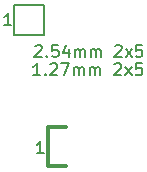
<source format=gto>
G04 #@! TF.FileFunction,Legend,Top*
%FSLAX46Y46*%
G04 Gerber Fmt 4.6, Leading zero omitted, Abs format (unit mm)*
G04 Created by KiCad (PCBNEW 4.0.1-stable) date Sunday, April 24, 2016 'PMt' 05:46:04 PM*
%MOMM*%
G01*
G04 APERTURE LIST*
%ADD10C,0.100000*%
%ADD11C,0.300000*%
%ADD12C,0.150000*%
%ADD13C,0.203200*%
G04 APERTURE END LIST*
D10*
D11*
X161960000Y-95300000D02*
X160460000Y-95300000D01*
X161960000Y-98600000D02*
X160460000Y-98600000D01*
X160460000Y-98600000D02*
X160460000Y-95300000D01*
D12*
X157560000Y-87470000D02*
X157560000Y-84930000D01*
X160100000Y-87470000D02*
X157560000Y-87470000D01*
X160100000Y-84930000D02*
X160100000Y-87470000D01*
X157560000Y-84930000D02*
X160100000Y-84930000D01*
D13*
X159790190Y-90896319D02*
X159209619Y-90896319D01*
X159499905Y-90896319D02*
X159499905Y-89880319D01*
X159403143Y-90025462D01*
X159306381Y-90122224D01*
X159209619Y-90170605D01*
X160225619Y-90799557D02*
X160274000Y-90847938D01*
X160225619Y-90896319D01*
X160177238Y-90847938D01*
X160225619Y-90799557D01*
X160225619Y-90896319D01*
X160661048Y-89977081D02*
X160709429Y-89928700D01*
X160806191Y-89880319D01*
X161048095Y-89880319D01*
X161144857Y-89928700D01*
X161193238Y-89977081D01*
X161241619Y-90073843D01*
X161241619Y-90170605D01*
X161193238Y-90315748D01*
X160612667Y-90896319D01*
X161241619Y-90896319D01*
X161580286Y-89880319D02*
X162257619Y-89880319D01*
X161822191Y-90896319D01*
X162644667Y-90896319D02*
X162644667Y-90218986D01*
X162644667Y-90315748D02*
X162693048Y-90267367D01*
X162789810Y-90218986D01*
X162934952Y-90218986D01*
X163031714Y-90267367D01*
X163080095Y-90364129D01*
X163080095Y-90896319D01*
X163080095Y-90364129D02*
X163128476Y-90267367D01*
X163225238Y-90218986D01*
X163370381Y-90218986D01*
X163467143Y-90267367D01*
X163515524Y-90364129D01*
X163515524Y-90896319D01*
X163999334Y-90896319D02*
X163999334Y-90218986D01*
X163999334Y-90315748D02*
X164047715Y-90267367D01*
X164144477Y-90218986D01*
X164289619Y-90218986D01*
X164386381Y-90267367D01*
X164434762Y-90364129D01*
X164434762Y-90896319D01*
X164434762Y-90364129D02*
X164483143Y-90267367D01*
X164579905Y-90218986D01*
X164725048Y-90218986D01*
X164821810Y-90267367D01*
X164870191Y-90364129D01*
X164870191Y-90896319D01*
X166079715Y-89977081D02*
X166128096Y-89928700D01*
X166224858Y-89880319D01*
X166466762Y-89880319D01*
X166563524Y-89928700D01*
X166611905Y-89977081D01*
X166660286Y-90073843D01*
X166660286Y-90170605D01*
X166611905Y-90315748D01*
X166031334Y-90896319D01*
X166660286Y-90896319D01*
X166998953Y-90896319D02*
X167531143Y-90218986D01*
X166998953Y-90218986D02*
X167531143Y-90896319D01*
X168402000Y-89880319D02*
X167918191Y-89880319D01*
X167869810Y-90364129D01*
X167918191Y-90315748D01*
X168014953Y-90267367D01*
X168256857Y-90267367D01*
X168353619Y-90315748D01*
X168402000Y-90364129D01*
X168450381Y-90460890D01*
X168450381Y-90702795D01*
X168402000Y-90799557D01*
X168353619Y-90847938D01*
X168256857Y-90896319D01*
X168014953Y-90896319D01*
X167918191Y-90847938D01*
X167869810Y-90799557D01*
D12*
X160081715Y-97484381D02*
X159510286Y-97484381D01*
X159796000Y-97484381D02*
X159796000Y-96484381D01*
X159700762Y-96627238D01*
X159605524Y-96722476D01*
X159510286Y-96770095D01*
D13*
X159362381Y-88447619D02*
X159410000Y-88400000D01*
X159505238Y-88352381D01*
X159743334Y-88352381D01*
X159838572Y-88400000D01*
X159886191Y-88447619D01*
X159933810Y-88542857D01*
X159933810Y-88638095D01*
X159886191Y-88780952D01*
X159314762Y-89352381D01*
X159933810Y-89352381D01*
X160362381Y-89257143D02*
X160410000Y-89304762D01*
X160362381Y-89352381D01*
X160314762Y-89304762D01*
X160362381Y-89257143D01*
X160362381Y-89352381D01*
X161314762Y-88352381D02*
X160838571Y-88352381D01*
X160790952Y-88828571D01*
X160838571Y-88780952D01*
X160933809Y-88733333D01*
X161171905Y-88733333D01*
X161267143Y-88780952D01*
X161314762Y-88828571D01*
X161362381Y-88923810D01*
X161362381Y-89161905D01*
X161314762Y-89257143D01*
X161267143Y-89304762D01*
X161171905Y-89352381D01*
X160933809Y-89352381D01*
X160838571Y-89304762D01*
X160790952Y-89257143D01*
X162219524Y-88685714D02*
X162219524Y-89352381D01*
X161981428Y-88304762D02*
X161743333Y-89019048D01*
X162362381Y-89019048D01*
X162743333Y-89352381D02*
X162743333Y-88685714D01*
X162743333Y-88780952D02*
X162790952Y-88733333D01*
X162886190Y-88685714D01*
X163029048Y-88685714D01*
X163124286Y-88733333D01*
X163171905Y-88828571D01*
X163171905Y-89352381D01*
X163171905Y-88828571D02*
X163219524Y-88733333D01*
X163314762Y-88685714D01*
X163457619Y-88685714D01*
X163552857Y-88733333D01*
X163600476Y-88828571D01*
X163600476Y-89352381D01*
X164076666Y-89352381D02*
X164076666Y-88685714D01*
X164076666Y-88780952D02*
X164124285Y-88733333D01*
X164219523Y-88685714D01*
X164362381Y-88685714D01*
X164457619Y-88733333D01*
X164505238Y-88828571D01*
X164505238Y-89352381D01*
X164505238Y-88828571D02*
X164552857Y-88733333D01*
X164648095Y-88685714D01*
X164790952Y-88685714D01*
X164886190Y-88733333D01*
X164933809Y-88828571D01*
X164933809Y-89352381D01*
X166124285Y-88447619D02*
X166171904Y-88400000D01*
X166267142Y-88352381D01*
X166505238Y-88352381D01*
X166600476Y-88400000D01*
X166648095Y-88447619D01*
X166695714Y-88542857D01*
X166695714Y-88638095D01*
X166648095Y-88780952D01*
X166076666Y-89352381D01*
X166695714Y-89352381D01*
X167029047Y-89352381D02*
X167552857Y-88685714D01*
X167029047Y-88685714D02*
X167552857Y-89352381D01*
X168410000Y-88352381D02*
X167933809Y-88352381D01*
X167886190Y-88828571D01*
X167933809Y-88780952D01*
X168029047Y-88733333D01*
X168267143Y-88733333D01*
X168362381Y-88780952D01*
X168410000Y-88828571D01*
X168457619Y-88923810D01*
X168457619Y-89161905D01*
X168410000Y-89257143D01*
X168362381Y-89304762D01*
X168267143Y-89352381D01*
X168029047Y-89352381D01*
X167933809Y-89304762D01*
X167886190Y-89257143D01*
D12*
X157337715Y-86652381D02*
X156766286Y-86652381D01*
X157052000Y-86652381D02*
X157052000Y-85652381D01*
X156956762Y-85795238D01*
X156861524Y-85890476D01*
X156766286Y-85938095D01*
M02*

</source>
